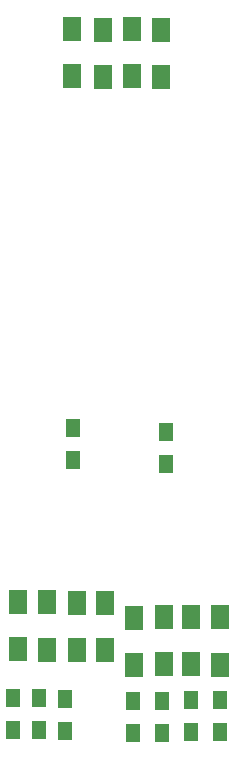
<source format=gbr>
%TF.GenerationSoftware,KiCad,Pcbnew,5.99.0-unknown-9c2a260~88~ubuntu18.04.1*%
%TF.CreationDate,2020-04-14T17:14:38+02:00*%
%TF.ProjectId,BM64_adapter,424d3634-5f61-4646-9170-7465722e6b69,rev?*%
%TF.SameCoordinates,Original*%
%TF.FileFunction,Paste,Bot*%
%TF.FilePolarity,Positive*%
%FSLAX46Y46*%
G04 Gerber Fmt 4.6, Leading zero omitted, Abs format (unit mm)*
G04 Created by KiCad (PCBNEW 5.99.0-unknown-9c2a260~88~ubuntu18.04.1) date 2020-04-14 17:14:38*
%MOMM*%
%LPD*%
G01*
G04 APERTURE LIST*
%ADD10R,1.300000X1.500000*%
%ADD11R,1.600000X2.000000*%
G04 APERTURE END LIST*
D10*
%TO.C,R7*%
X180441600Y-126742200D03*
X180441600Y-129442200D03*
%TD*%
D11*
%TO.C,C9*%
X180517800Y-119716800D03*
X180517800Y-123716800D03*
%TD*%
D10*
%TO.C,R2*%
X169799000Y-129340600D03*
X169799000Y-126640600D03*
%TD*%
D11*
%TO.C,C2*%
X173202600Y-118523000D03*
X173202600Y-122523000D03*
%TD*%
%TO.C,C1*%
X168325800Y-122491000D03*
X168325800Y-118491000D03*
%TD*%
%TO.C,C12*%
X173019720Y-69987160D03*
X173019720Y-73987160D03*
%TD*%
D10*
%TO.C,R9*%
X178389280Y-104056200D03*
X178389280Y-106756200D03*
%TD*%
%TO.C,R8*%
X170472100Y-106391700D03*
X170472100Y-103691700D03*
%TD*%
%TO.C,R6*%
X182905400Y-129442200D03*
X182905400Y-126742200D03*
%TD*%
%TO.C,R5*%
X165430200Y-126564400D03*
X165430200Y-129264400D03*
%TD*%
%TO.C,R4*%
X175564800Y-126818400D03*
X175564800Y-129518400D03*
%TD*%
%TO.C,R3*%
X178028600Y-129543800D03*
X178028600Y-126843800D03*
%TD*%
%TO.C,R1*%
X167614600Y-126589800D03*
X167614600Y-129289800D03*
%TD*%
D11*
%TO.C,C11*%
X175508920Y-69956680D03*
X175508920Y-73956680D03*
%TD*%
%TO.C,C10*%
X177967640Y-70014080D03*
X177967640Y-74014080D03*
%TD*%
%TO.C,C8*%
X178206400Y-119716800D03*
X178206400Y-123716800D03*
%TD*%
%TO.C,C7*%
X182956200Y-119742200D03*
X182956200Y-123742200D03*
%TD*%
%TO.C,C6*%
X175615600Y-123818400D03*
X175615600Y-119818400D03*
%TD*%
%TO.C,C5*%
X170815000Y-118516400D03*
X170815000Y-122516400D03*
%TD*%
%TO.C,C4*%
X170428920Y-69956680D03*
X170428920Y-73956680D03*
%TD*%
%TO.C,C3*%
X165836600Y-118465600D03*
X165836600Y-122465600D03*
%TD*%
M02*

</source>
